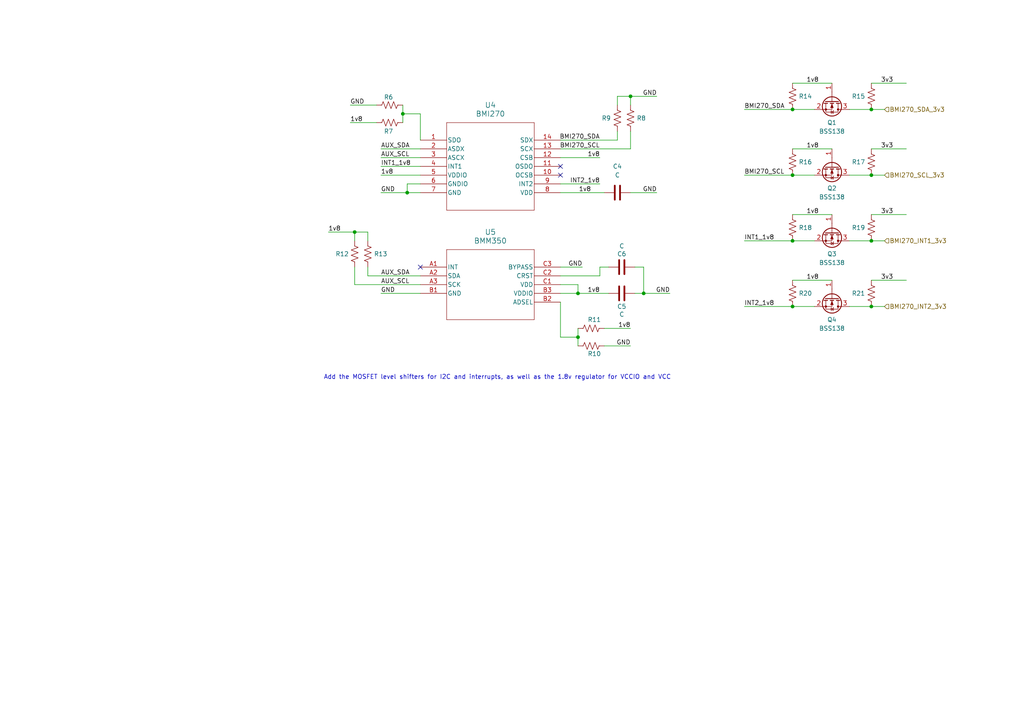
<source format=kicad_sch>
(kicad_sch (version 20231120) (generator "eeschema") (generator_version "8.0")
  (paper "A4")
  (lib_symbols
    (symbol "BMI270:BMI270" (pin_names (offset 0.254))
      (property "Reference" "U" (at 20.32 10.16 0))
      (property "Value" "BMI270" (at 20.32 7.62 0))
      (symbol "BMI270_0_1"
        (polyline (pts (xy 7.62 -20.32) (xy 33.02 -20.32)) (stroke (width 0.127)))
        (polyline (pts (xy 7.62 5.08) (xy 7.62 -20.32)) (stroke (width 0.127)))
        (polyline (pts (xy 33.02 -20.32) (xy 33.02 5.08)) (stroke (width 0.127)))
        (polyline (pts (xy 33.02 5.08) (xy 7.62 5.08)) (stroke (width 0.127)))
        (pin bidirectional line (at 0 0 0) (length 7.62) (name "SDO") (number "1"))
        (pin input line (at 40.64 -10.16 180) (length 7.62) (name "OCSB") (number "10"))
        (pin output line (at 40.64 -7.62 180) (length 7.62) (name "OSDO") (number "11"))
        (pin input line (at 40.64 -5.08 180) (length 7.62) (name "CSB") (number "12"))
        (pin input line (at 40.64 -2.54 180) (length 7.62) (name "SCX") (number "13"))
        (pin bidirectional line (at 40.64 0 180) (length 7.62) (name "SDX") (number "14"))
        (pin bidirectional line (at 0 -2.54 0) (length 7.62) (name "ASDX") (number "2"))
        (pin bidirectional line (at 0 -5.08 0) (length 7.62) (name "ASCX") (number "3"))
        (pin bidirectional line (at 0 -7.62 0) (length 7.62) (name "INT1") (number "4"))
        (pin power_in line (at 0 -10.16 0) (length 7.62) (name "VDDIO") (number "5"))
        (pin power_out line (at 0 -12.7 0) (length 7.62) (name "GNDIO") (number "6"))
        (pin power_out line (at 0 -15.24 0) (length 7.62) (name "GND") (number "7"))
        (pin power_in line (at 40.64 -15.24 180) (length 7.62) (name "VDD") (number "8"))
        (pin bidirectional line (at 40.64 -12.7 180) (length 7.62) (name "INT2") (number "9"))
      )
    )
    (symbol "BMM350:BMM350" (pin_names (offset 0.254))
      (property "Reference" "U" (at 20.32 10.16 0))
      (property "Value" "BMM350" (at 20.32 7.62 0))
      (symbol "BMM350_0_1"
        (polyline (pts (xy 7.62 -15.24) (xy 33.02 -15.24)) (stroke (width 0.127)))
        (polyline (pts (xy 7.62 5.08) (xy 7.62 -15.24)) (stroke (width 0.127)))
        (polyline (pts (xy 33.02 -15.24) (xy 33.02 5.08)) (stroke (width 0.127)))
        (polyline (pts (xy 33.02 5.08) (xy 7.62 5.08)) (stroke (width 0.127)))
        (pin input line (at 0 0 0) (length 7.62) (name "INT") (number "A1"))
        (pin unspecified line (at 0 -2.54 0) (length 7.62) (name "SDA") (number "A2"))
        (pin unspecified line (at 0 -5.08 0) (length 7.62) (name "SCK") (number "A3"))
        (pin power_out line (at 0 -7.62 0) (length 7.62) (name "GND") (number "B1"))
        (pin unspecified line (at 40.64 -10.16 180) (length 7.62) (name "ADSEL") (number "B2"))
        (pin power_in line (at 40.64 -7.62 180) (length 7.62) (name "VDDIO") (number "B3"))
        (pin power_in line (at 40.64 -5.08 180) (length 7.62) (name "VDD") (number "C1"))
        (pin unspecified line (at 40.64 -2.54 180) (length 7.62) (name "CRST") (number "C2"))
        (pin power_out line (at 40.64 0 180) (length 7.62) (name "BYPASS") (number "C3"))
      )
    )
    (symbol "Device:C" (pin_numbers hide) (pin_names (offset 0.254))
      (property "Reference" "C" (at 0.635 2.54 0))
      (property "Value" "C" (at 0.635 -2.54 0))
      (symbol "C_0_1"
        (polyline (pts (xy -2.032 -0.762) (xy 2.032 -0.762)) (stroke (width 0.508)))
        (polyline (pts (xy -2.032 0.762) (xy 2.032 0.762)) (stroke (width 0.508)))
      )
      (symbol "C_1_1"
        (pin passive line (at 0 3.81 270) (length 2.794) (name "~") (number "1"))
        (pin passive line (at 0 -3.81 90) (length 2.794) (name "~") (number "2"))
      )
    )
    (symbol "Device:R_US" (pin_numbers hide) (pin_names (offset 0))
      (property "Reference" "R" (at 2.54 0 90))
      (property "Value" "R_US" (at -2.54 0 90))
      (symbol "R_US_0_1"
        (polyline (pts (xy 0 -2.286) (xy 0 -2.54)))
        (polyline (pts (xy 0 2.286) (xy 0 2.54)))
        (polyline (pts (xy 0 -0.762) (xy 1.016 -1.143) (xy 0 -1.524) (xy -1.016 -1.905) (xy 0 -2.286)))
        (polyline (pts (xy 0 0.762) (xy 1.016 0.381) (xy 0 0) (xy -1.016 -0.381) (xy 0 -0.762)))
        (polyline (pts (xy 0 2.286) (xy 1.016 1.905) (xy 0 1.524) (xy -1.016 1.143) (xy 0 0.762)))
      )
      (symbol "R_US_1_1"
        (pin passive line (at 0 3.81 270) (length 1.27) (name "~") (number "1"))
        (pin passive line (at 0 -3.81 90) (length 1.27) (name "~") (number "2"))
      )
    )
    (symbol "Transistor_FET:BSS138" (pin_names hide)
      (property "Reference" "Q" (at 5.08 1.905 0))
      (property "Value" "BSS138" (at 5.08 0 0))
      (symbol "BSS138_0_1"
        (polyline (pts (xy 0.254 0) (xy -2.54 0)))
        (polyline (pts (xy 0.254 1.905) (xy 0.254 -1.905)) (stroke (width 0.254)))
        (polyline (pts (xy 0.762 -1.27) (xy 0.762 -2.286)) (stroke (width 0.254)))
        (polyline (pts (xy 0.762 0.508) (xy 0.762 -0.508)) (stroke (width 0.254)))
        (polyline (pts (xy 0.762 2.286) (xy 0.762 1.27)) (stroke (width 0.254)))
        (polyline (pts (xy 2.54 2.54) (xy 2.54 1.778)))
        (polyline (pts (xy 2.54 -2.54) (xy 2.54 0) (xy 0.762 0)))
        (polyline (pts (xy 0.762 -1.778) (xy 3.302 -1.778) (xy 3.302 1.778) (xy 0.762 1.778)))
        (polyline (pts (xy 1.016 0) (xy 2.032 0.381) (xy 2.032 -0.381) (xy 1.016 0)) (fill (type outline)))
        (polyline (pts (xy 2.794 0.508) (xy 2.921 0.381) (xy 3.683 0.381) (xy 3.81 0.254)))
        (polyline (pts (xy 3.302 0.381) (xy 2.921 -0.254) (xy 3.683 -0.254) (xy 3.302 0.381)))
        (circle (center 1.651 0) (radius 2.794) (stroke (width 0.254)))
        (circle (center 2.54 -1.778) (radius 0.254) (fill (type outline)))
        (circle (center 2.54 1.778) (radius 0.254) (fill (type outline)))
      )
      (symbol "BSS138_1_1"
        (pin input line (at -5.08 0 0) (length 2.54) (name "G") (number "1"))
        (pin passive line (at 2.54 -5.08 90) (length 2.54) (name "S") (number "2"))
        (pin passive line (at 2.54 5.08 270) (length 2.54) (name "D") (number "3"))
      )
    )
  )
  (junction (at 229.87 31.75))
  (junction (at 182.88 27.94))
  (junction (at 229.87 69.85))
  (junction (at 252.73 88.9))
  (junction (at 102.87 67.31))
  (junction (at 167.64 97.79))
  (junction (at 229.87 88.9))
  (junction (at 229.87 50.8))
  (junction (at 167.64 85.09))
  (junction (at 252.73 50.8))
  (junction (at 116.84 33.02))
  (junction (at 252.73 69.85))
  (junction (at 252.73 31.75))
  (junction (at 186.69 85.09))
  (junction (at 118.11 55.88))
  (no_connect (at 121.92 77.47))
  (no_connect (at 162.56 48.26))
  (no_connect (at 162.56 50.8))
  (wire (pts (xy 110.49 48.26) (xy 121.92 48.26)))
  (wire (pts (xy 167.64 85.09) (xy 167.64 82.55)))
  (wire (pts (xy 229.87 88.9) (xy 236.22 88.9)))
  (wire (pts (xy 229.87 69.85) (xy 236.22 69.85)))
  (wire (pts (xy 229.87 81.28) (xy 241.3 81.28)))
  (wire (pts (xy 109.22 35.56) (xy 101.6 35.56)))
  (wire (pts (xy 173.99 77.47) (xy 176.53 77.47)))
  (wire (pts (xy 173.99 45.72) (xy 162.56 45.72)))
  (wire (pts (xy 215.9 69.85) (xy 229.87 69.85)))
  (wire (pts (xy 256.54 69.85) (xy 252.73 69.85)))
  (wire (pts (xy 121.92 85.09) (xy 110.49 85.09)))
  (wire (pts (xy 184.15 77.47) (xy 186.69 77.47)))
  (wire (pts (xy 179.07 27.94) (xy 182.88 27.94)))
  (wire (pts (xy 118.11 55.88) (xy 121.92 55.88)))
  (wire (pts (xy 162.56 80.01) (xy 173.99 80.01)))
  (wire (pts (xy 121.92 33.02) (xy 121.92 40.64)))
  (wire (pts (xy 246.38 50.8) (xy 252.73 50.8)))
  (wire (pts (xy 110.49 43.18) (xy 121.92 43.18)))
  (wire (pts (xy 229.87 31.75) (xy 236.22 31.75)))
  (wire (pts (xy 167.64 100.33) (xy 167.64 97.79)))
  (wire (pts (xy 121.92 53.34) (xy 118.11 53.34)))
  (wire (pts (xy 215.9 88.9) (xy 229.87 88.9)))
  (wire (pts (xy 162.56 55.88) (xy 175.26 55.88)))
  (wire (pts (xy 256.54 50.8) (xy 252.73 50.8)))
  (wire (pts (xy 252.73 81.28) (xy 262.89 81.28)))
  (wire (pts (xy 167.64 97.79) (xy 167.64 95.25)))
  (wire (pts (xy 179.07 30.48) (xy 179.07 27.94)))
  (wire (pts (xy 184.15 85.09) (xy 186.69 85.09)))
  (wire (pts (xy 252.73 43.18) (xy 262.89 43.18)))
  (wire (pts (xy 162.56 82.55) (xy 167.64 82.55)))
  (wire (pts (xy 182.88 55.88) (xy 190.5 55.88)))
  (wire (pts (xy 110.49 45.72) (xy 121.92 45.72)))
  (wire (pts (xy 215.9 50.8) (xy 229.87 50.8)))
  (wire (pts (xy 256.54 31.75) (xy 252.73 31.75)))
  (wire (pts (xy 252.73 24.13) (xy 262.89 24.13)))
  (wire (pts (xy 229.87 43.18) (xy 241.3 43.18)))
  (wire (pts (xy 229.87 50.8) (xy 236.22 50.8)))
  (wire (pts (xy 102.87 67.31) (xy 106.68 67.31)))
  (wire (pts (xy 175.26 95.25) (xy 182.88 95.25)))
  (wire (pts (xy 162.56 85.09) (xy 167.64 85.09)))
  (wire (pts (xy 116.84 33.02) (xy 116.84 35.56)))
  (wire (pts (xy 186.69 85.09) (xy 194.31 85.09)))
  (wire (pts (xy 186.69 77.47) (xy 186.69 85.09)))
  (wire (pts (xy 182.88 43.18) (xy 182.88 38.1)))
  (wire (pts (xy 246.38 69.85) (xy 252.73 69.85)))
  (wire (pts (xy 167.64 97.79) (xy 162.56 97.79)))
  (wire (pts (xy 102.87 82.55) (xy 121.92 82.55)))
  (wire (pts (xy 173.99 80.01) (xy 173.99 77.47)))
  (wire (pts (xy 162.56 43.18) (xy 182.88 43.18)))
  (wire (pts (xy 179.07 40.64) (xy 179.07 38.1)))
  (wire (pts (xy 182.88 27.94) (xy 182.88 30.48)))
  (wire (pts (xy 162.56 97.79) (xy 162.56 87.63)))
  (wire (pts (xy 102.87 69.85) (xy 102.87 67.31)))
  (wire (pts (xy 229.87 62.23) (xy 241.3 62.23)))
  (wire (pts (xy 116.84 33.02) (xy 121.92 33.02)))
  (wire (pts (xy 175.26 100.33) (xy 182.88 100.33)))
  (wire (pts (xy 106.68 80.01) (xy 121.92 80.01)))
  (wire (pts (xy 229.87 24.13) (xy 241.3 24.13)))
  (wire (pts (xy 106.68 67.31) (xy 106.68 69.85)))
  (wire (pts (xy 102.87 67.31) (xy 95.25 67.31)))
  (wire (pts (xy 256.54 88.9) (xy 252.73 88.9)))
  (wire (pts (xy 182.88 27.94) (xy 190.5 27.94)))
  (wire (pts (xy 167.64 85.09) (xy 176.53 85.09)))
  (wire (pts (xy 246.38 31.75) (xy 252.73 31.75)))
  (wire (pts (xy 246.38 88.9) (xy 252.73 88.9)))
  (wire (pts (xy 118.11 55.88) (xy 110.49 55.88)))
  (wire (pts (xy 162.56 77.47) (xy 168.91 77.47)))
  (wire (pts (xy 162.56 40.64) (xy 179.07 40.64)))
  (wire (pts (xy 106.68 77.47) (xy 106.68 80.01)))
  (wire (pts (xy 116.84 30.48) (xy 116.84 33.02)))
  (wire (pts (xy 173.99 53.34) (xy 162.56 53.34)))
  (wire (pts (xy 109.22 30.48) (xy 101.6 30.48)))
  (wire (pts (xy 118.11 53.34) (xy 118.11 55.88)))
  (wire (pts (xy 252.73 62.23) (xy 262.89 62.23)))
  (wire (pts (xy 110.49 50.8) (xy 121.92 50.8)))
  (wire (pts (xy 102.87 77.47) (xy 102.87 82.55)))
  (wire (pts (xy 215.9 31.75) (xy 229.87 31.75)))
  (text "Add the MOSFET level shifters for I2C and interrupts, as well as the 1.8v regulator for VCCIO and VCC" (at 144.272 109.474 0) (effects (font (size 1.27 1.27))))
  (label "INT2_1v8" (at 173.99 53.34 180))
  (label "AUX_SCL" (at 110.49 45.72 0))
  (label "GND" (at 110.49 55.88 0))
  (label "GND" (at 194.31 85.09 180))
  (label "GND" (at 168.91 77.47 180))
  (label "3v3" (at 259.08 24.13 180))
  (label "INT1_1v8" (at 110.49 48.26 0))
  (label "1v8" (at 237.49 24.13 180))
  (label "1v8" (at 101.6 35.56 0))
  (label "BMI270_SDA" (at 215.9 31.75 0))
  (label "3v3" (at 259.08 62.23 180))
  (label "AUX_SDA" (at 110.49 80.01 0))
  (label "BMI270_SDA" (at 173.99 40.64 180))
  (label "AUX_SDA" (at 110.49 43.18 0))
  (label "1v8" (at 182.88 95.25 180))
  (label "GND" (at 182.88 100.33 180))
  (label "3v3" (at 259.08 43.18 180))
  (label "1v8" (at 110.49 50.8 0))
  (label "GND" (at 110.49 85.09 0))
  (label "1v8" (at 237.49 62.23 180))
  (label "GND" (at 190.5 55.88 180))
  (label "1v8" (at 173.99 45.72 180))
  (label "1v8" (at 237.49 43.18 180))
  (label "GND" (at 101.6 30.48 0))
  (label "AUX_SCL" (at 110.49 82.55 0))
  (label "3v3" (at 259.08 81.28 180))
  (label "BMI270_SCL" (at 173.99 43.18 180))
  (label "INT1_1v8" (at 215.9 69.85 0))
  (label "1v8" (at 171.45 55.88 180))
  (label "1v8" (at 95.25 67.31 0))
  (label "BMI270_SCL" (at 215.9 50.8 0))
  (label "GND" (at 190.5 27.94 180))
  (label "1v8" (at 173.99 85.09 180))
  (label "1v8" (at 237.49 81.28 180))
  (label "INT2_1v8" (at 215.9 88.9 0))
  (hierarchical_label "BMI270_SCL_3v3" (shape input) (at 256.54 50.8 0))
  (hierarchical_label "BMI270_SDA_3v3" (shape input) (at 256.54 31.75 0))
  (hierarchical_label "BMI270_INT2_3v3" (shape input) (at 256.54 88.9 0))
  (hierarchical_label "BMI270_INT1_3v3" (shape input) (at 256.54 69.85 0))
  (symbol (lib_id "Transistor_FET:BSS138") (at 241.3 29.21 270) (unit 1)
    (property "Reference" "Q1" (at 241.3 35.56 90))
    (property "Value" "BSS138" (at 241.3 38.1 90))
    (property "Footprint" "Package_TO_SOT_SMD:SOT-23" (effects (hide yes)))
    (property "Datasheet" "https://www.onsemi.com/pub/Collateral/BSS138-D.PDF" (effects (hide yes)))
    (property "Description" "50V Vds, 0.22A Id, N-Channel MOSFET, SOT-23" (effects (hide yes)))
  )
  (symbol (lib_id "Device:R_US") (at 106.68 73.66 0) (unit 1)
    (property "Reference" "R13" (at 108.458 73.66 0) (effects (justify left)))
    (property "Value" "R_US" (effects (hide yes)))
    (property "Footprint" "Resistor_SMD:R_1206_3216Metric_Pad1.30x1.75mm_HandSolder" (effects (hide yes)))
    (property "Description" "Resistor, US symbol" (effects (hide yes)))
  )
  (symbol (lib_id "Device:R_US") (at 171.45 100.33 270) (unit 1)
    (property "Reference" "R10" (at 170.434 102.616 90) (effects (justify left)))
    (property "Value" "R_US" (effects (hide yes)))
    (property "Footprint" "Resistor_SMD:R_1206_3216Metric_Pad1.30x1.75mm_HandSolder" (effects (hide yes)))
    (property "Description" "Resistor, US symbol" (effects (hide yes)))
  )
  (symbol (lib_id "BMM350:BMM350") (at 121.92 77.47 0) (unit 1)
    (property "Reference" "U5" (at 142.24 67.31 0) (effects (font (size 1.524 1.524))))
    (property "Value" "BMM350" (at 142.24 69.85 0) (effects (font (size 1.524 1.524))))
    (property "Footprint" "BGA9_BMM350_BOS" (effects (hide yes)))
    (property "Datasheet" "BMM350" (effects (hide yes)))
  )
  (symbol (lib_id "Device:R_US") (at 229.87 66.04 0) (unit 1)
    (property "Reference" "R18" (at 231.648 66.04 0) (effects (justify left)))
    (property "Value" "R_US" (effects (hide yes)))
    (property "Footprint" "Resistor_SMD:R_1206_3216Metric_Pad1.30x1.75mm_HandSolder" (effects (hide yes)))
    (property "Description" "Resistor, US symbol" (effects (hide yes)))
  )
  (symbol (lib_id "Device:R_US") (at 102.87 73.66 0) (unit 1)
    (property "Reference" "R12" (at 97.282 73.66 0) (effects (justify left)))
    (property "Value" "R_US" (effects (hide yes)))
    (property "Footprint" "Resistor_SMD:R_1206_3216Metric_Pad1.30x1.75mm_HandSolder" (effects (hide yes)))
    (property "Description" "Resistor, US symbol" (effects (hide yes)))
  )
  (symbol (lib_id "Device:R_US") (at 252.73 27.94 180) (unit 1)
    (property "Reference" "R15" (at 250.952 27.94 0) (effects (justify left)))
    (property "Value" "R_US" (effects (hide yes)))
    (property "Footprint" "Resistor_SMD:R_1206_3216Metric_Pad1.30x1.75mm_HandSolder" (effects (hide yes)))
    (property "Description" "Resistor, US symbol" (effects (hide yes)))
  )
  (symbol (lib_id "Device:R_US") (at 229.87 46.99 0) (unit 1)
    (property "Reference" "R16" (at 231.648 46.99 0) (effects (justify left)))
    (property "Value" "R_US" (effects (hide yes)))
    (property "Footprint" "Resistor_SMD:R_1206_3216Metric_Pad1.30x1.75mm_HandSolder" (effects (hide yes)))
    (property "Description" "Resistor, US symbol" (effects (hide yes)))
  )
  (symbol (lib_id "Device:R_US") (at 252.73 46.99 180) (unit 1)
    (property "Reference" "R17" (at 250.952 46.99 0) (effects (justify left)))
    (property "Value" "R_US" (effects (hide yes)))
    (property "Footprint" "Resistor_SMD:R_1206_3216Metric_Pad1.30x1.75mm_HandSolder" (effects (hide yes)))
    (property "Description" "Resistor, US symbol" (effects (hide yes)))
  )
  (symbol (lib_id "Device:R_US") (at 252.73 85.09 180) (unit 1)
    (property "Reference" "R21" (at 250.952 85.09 0) (effects (justify left)))
    (property "Value" "R_US" (effects (hide yes)))
    (property "Footprint" "Resistor_SMD:R_1206_3216Metric_Pad1.30x1.75mm_HandSolder" (effects (hide yes)))
    (property "Description" "Resistor, US symbol" (effects (hide yes)))
  )
  (symbol (lib_id "Device:C") (at 180.34 77.47 90) (unit 1)
    (property "Reference" "C6" (at 180.34 73.66 90))
    (property "Value" "C" (at 180.34 71.374 90))
    (property "Footprint" "Capacitor_SMD:C_1206_3216Metric_Pad1.33x1.80mm_HandSolder" (effects (hide yes)))
    (property "Description" "Unpolarized capacitor" (effects (hide yes)))
  )
  (symbol (lib_id "Device:R_US") (at 171.45 95.25 270) (unit 1)
    (property "Reference" "R11" (at 170.434 92.71 90) (effects (justify left)))
    (property "Value" "R_US" (effects (hide yes)))
    (property "Footprint" "Resistor_SMD:R_1206_3216Metric_Pad1.30x1.75mm_HandSolder" (effects (hide yes)))
    (property "Description" "Resistor, US symbol" (effects (hide yes)))
  )
  (symbol (lib_id "Device:R_US") (at 182.88 34.29 0) (unit 1)
    (property "Reference" "R8" (at 184.658 34.29 0) (effects (justify left)))
    (property "Value" "R_US" (effects (hide yes)))
    (property "Footprint" "Resistor_SMD:R_1206_3216Metric_Pad1.30x1.75mm_HandSolder" (effects (hide yes)))
    (property "Description" "Resistor, US symbol" (effects (hide yes)))
  )
  (symbol (lib_id "Transistor_FET:BSS138") (at 241.3 67.31 270) (unit 1)
    (property "Reference" "Q3" (at 241.3 73.66 90))
    (property "Value" "BSS138" (at 241.3 76.2 90))
    (property "Footprint" "Package_TO_SOT_SMD:SOT-23" (effects (hide yes)))
    (property "Datasheet" "https://www.onsemi.com/pub/Collateral/BSS138-D.PDF" (effects (hide yes)))
    (property "Description" "50V Vds, 0.22A Id, N-Channel MOSFET, SOT-23" (effects (hide yes)))
  )
  (symbol (lib_id "Transistor_FET:BSS138") (at 241.3 48.26 270) (unit 1)
    (property "Reference" "Q2" (at 241.3 54.61 90))
    (property "Value" "BSS138" (at 241.3 57.15 90))
    (property "Footprint" "Package_TO_SOT_SMD:SOT-23" (effects (hide yes)))
    (property "Datasheet" "https://www.onsemi.com/pub/Collateral/BSS138-D.PDF" (effects (hide yes)))
    (property "Description" "50V Vds, 0.22A Id, N-Channel MOSFET, SOT-23" (effects (hide yes)))
  )
  (symbol (lib_id "BMI270:BMI270") (at 121.92 40.64 0) (unit 1)
    (property "Reference" "U4" (at 142.24 30.48 0) (effects (font (size 1.524 1.524))))
    (property "Value" "BMI270" (at 142.24 33.02 0) (effects (font (size 1.524 1.524))))
    (property "Footprint" "BMI270_BOS" (effects (hide yes)))
    (property "Datasheet" "BMI270" (effects (hide yes)))
  )
  (symbol (lib_id "Device:R_US") (at 113.03 30.48 90) (unit 1)
    (property "Reference" "R6" (at 114.046 28.194 90) (effects (justify left)))
    (property "Value" "R_US" (effects (hide yes)))
    (property "Footprint" "Resistor_SMD:R_1206_3216Metric_Pad1.30x1.75mm_HandSolder" (effects (hide yes)))
    (property "Description" "Resistor, US symbol" (effects (hide yes)))
  )
  (symbol (lib_id "Device:C") (at 179.07 55.88 270) (unit 1)
    (property "Reference" "C4" (at 179.07 48.26 90))
    (property "Value" "C" (at 179.07 50.8 90))
    (property "Footprint" "Capacitor_SMD:C_1206_3216Metric_Pad1.33x1.80mm_HandSolder" (effects (hide yes)))
    (property "Description" "Unpolarized capacitor" (effects (hide yes)))
  )
  (symbol (lib_id "Transistor_FET:BSS138") (at 241.3 86.36 270) (unit 1)
    (property "Reference" "Q4" (at 241.3 92.71 90))
    (property "Value" "BSS138" (at 241.3 95.25 90))
    (property "Footprint" "Package_TO_SOT_SMD:SOT-23" (effects (hide yes)))
    (property "Datasheet" "https://www.onsemi.com/pub/Collateral/BSS138-D.PDF" (effects (hide yes)))
    (property "Description" "50V Vds, 0.22A Id, N-Channel MOSFET, SOT-23" (effects (hide yes)))
  )
  (symbol (lib_id "Device:R_US") (at 229.87 85.09 0) (unit 1)
    (property "Reference" "R20" (at 231.648 85.09 0) (effects (justify left)))
    (property "Value" "R_US" (effects (hide yes)))
    (property "Footprint" "Resistor_SMD:R_1206_3216Metric_Pad1.30x1.75mm_HandSolder" (effects (hide yes)))
    (property "Description" "Resistor, US symbol" (effects (hide yes)))
  )
  (symbol (lib_id "Device:R_US") (at 252.73 66.04 180) (unit 1)
    (property "Reference" "R19" (at 250.952 66.04 0) (effects (justify left)))
    (property "Value" "R_US" (effects (hide yes)))
    (property "Footprint" "Resistor_SMD:R_1206_3216Metric_Pad1.30x1.75mm_HandSolder" (effects (hide yes)))
    (property "Description" "Resistor, US symbol" (effects (hide yes)))
  )
  (symbol (lib_id "Device:R_US") (at 179.07 34.29 0) (unit 1)
    (property "Reference" "R9" (at 174.498 34.29 0) (effects (justify left)))
    (property "Value" "R_US" (effects (hide yes)))
    (property "Footprint" "Resistor_SMD:R_1206_3216Metric_Pad1.30x1.75mm_HandSolder" (effects (hide yes)))
    (property "Description" "Resistor, US symbol" (effects (hide yes)))
  )
  (symbol (lib_id "Device:R_US") (at 229.87 27.94 0) (unit 1)
    (property "Reference" "R14" (at 231.648 27.94 0) (effects (justify left)))
    (property "Value" "R_US" (effects (hide yes)))
    (property "Footprint" "Resistor_SMD:R_1206_3216Metric_Pad1.30x1.75mm_HandSolder" (effects (hide yes)))
    (property "Description" "Resistor, US symbol" (effects (hide yes)))
  )
  (symbol (lib_id "Device:C") (at 180.34 85.09 270) (unit 1)
    (property "Reference" "C5" (at 180.34 88.9 90))
    (property "Value" "C" (at 180.34 91.186 90))
    (property "Footprint" "Capacitor_SMD:C_1206_3216Metric_Pad1.33x1.80mm_HandSolder" (effects (hide yes)))
    (property "Description" "Unpolarized capacitor" (effects (hide yes)))
  )
  (symbol (lib_id "Device:R_US") (at 113.03 35.56 90) (unit 1)
    (property "Reference" "R7" (at 114.046 38.1 90) (effects (justify left)))
    (property "Value" "R_US" (effects (hide yes)))
    (property "Footprint" "Resistor_SMD:R_1206_3216Metric_Pad1.30x1.75mm_HandSolder" (effects (hide yes)))
    (property "Description" "Resistor, US symbol" (effects (hide yes)))
  )
)
</source>
